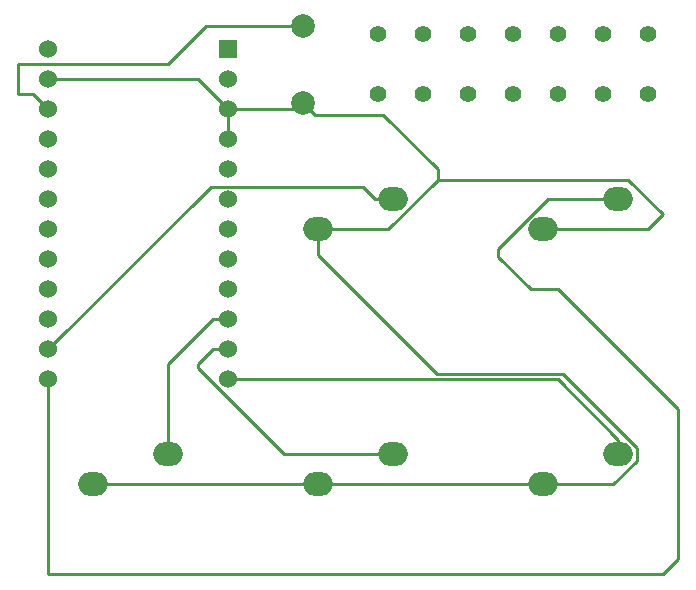
<source format=gbr>
G04 #@! TF.GenerationSoftware,KiCad,Pcbnew,(5.1.2)-1*
G04 #@! TF.CreationDate,2022-03-23T05:24:54+09:00*
G04 #@! TF.ProjectId,pcb,7063622e-6b69-4636-9164-5f7063625858,rev?*
G04 #@! TF.SameCoordinates,Original*
G04 #@! TF.FileFunction,Copper,L2,Bot*
G04 #@! TF.FilePolarity,Positive*
%FSLAX46Y46*%
G04 Gerber Fmt 4.6, Leading zero omitted, Abs format (unit mm)*
G04 Created by KiCad (PCBNEW (5.1.2)-1) date 2022-03-23 05:24:54*
%MOMM*%
%LPD*%
G04 APERTURE LIST*
%ADD10O,2.500000X2.000000*%
%ADD11C,1.397000*%
%ADD12R,1.524000X1.524000*%
%ADD13C,1.524000*%
%ADD14C,2.000000*%
%ADD15C,0.250000*%
G04 APERTURE END LIST*
D10*
X62230000Y-173990000D03*
X55880000Y-176530000D03*
X74930000Y-154940000D03*
X81280000Y-152400000D03*
D11*
X60960000Y-138430000D03*
X60960000Y-143510000D03*
X64770000Y-138430000D03*
X64770000Y-143510000D03*
X68580000Y-138430000D03*
X68580000Y-143510000D03*
X72390000Y-138430000D03*
X72390000Y-143510000D03*
X76200000Y-138430000D03*
X76200000Y-143510000D03*
X80010000Y-138430000D03*
X80010000Y-143510000D03*
X83820000Y-138430000D03*
X83820000Y-143510000D03*
D10*
X55880000Y-154940000D03*
X62230000Y-152400000D03*
D12*
X48260000Y-139700000D03*
D13*
X48260000Y-142240000D03*
X48260000Y-144780000D03*
X48260000Y-147320000D03*
X48260000Y-149860000D03*
X48260000Y-152400000D03*
X48260000Y-154940000D03*
X48260000Y-157480000D03*
X48260000Y-160020000D03*
X48260000Y-162560000D03*
X48260000Y-165100000D03*
X48260000Y-167640000D03*
X33020000Y-139700000D03*
X33020000Y-142240000D03*
X33020000Y-144780000D03*
X33020000Y-147320000D03*
X33020000Y-149860000D03*
X33020000Y-152400000D03*
X33020000Y-154940000D03*
X33020000Y-157480000D03*
X33020000Y-160020000D03*
X33020000Y-162560000D03*
X33020000Y-165100000D03*
X33020000Y-167640000D03*
D10*
X43180000Y-173990000D03*
X36830000Y-176530000D03*
X81280000Y-173990000D03*
X74930000Y-176530000D03*
D14*
X54610000Y-137720000D03*
X54610000Y-144220000D03*
D15*
X45720000Y-142240000D02*
X48260000Y-144780000D01*
X33020000Y-142240000D02*
X45720000Y-142240000D01*
X54050000Y-144780000D02*
X54610000Y-144220000D01*
X48260000Y-144780000D02*
X54050000Y-144780000D01*
X55609999Y-145219999D02*
X61399999Y-145219999D01*
X54610000Y-144220000D02*
X55609999Y-145219999D01*
X61399999Y-145219999D02*
X66040000Y-149860000D01*
X57380000Y-154940000D02*
X55880000Y-154940000D01*
X61813847Y-154940000D02*
X57380000Y-154940000D01*
X66040000Y-150713847D02*
X61813847Y-154940000D01*
X66040000Y-149860000D02*
X66040000Y-150713847D01*
X48260000Y-144780000D02*
X48260000Y-147320000D01*
X66040000Y-150713847D02*
X82133847Y-150713847D01*
X82133847Y-150713847D02*
X85090000Y-153670000D01*
X83820000Y-154940000D02*
X74930000Y-154940000D01*
X85090000Y-153670000D02*
X83820000Y-154940000D01*
X36830000Y-176530000D02*
X55880000Y-176530000D01*
X55880000Y-176530000D02*
X74930000Y-176530000D01*
X76430000Y-176530000D02*
X74930000Y-176530000D01*
X80863847Y-176530000D02*
X76430000Y-176530000D01*
X82855010Y-174538837D02*
X80863847Y-176530000D01*
X82855010Y-173441163D02*
X82855010Y-174538837D01*
X76603837Y-167189990D02*
X82855010Y-173441163D01*
X65958988Y-167189990D02*
X76603837Y-167189990D01*
X55880000Y-157111002D02*
X65958988Y-167189990D01*
X55880000Y-154940000D02*
X55880000Y-157111002D01*
X54610000Y-137720000D02*
X46430000Y-137720000D01*
X46430000Y-137720000D02*
X43180000Y-140970000D01*
X43180000Y-140970000D02*
X30480000Y-140970000D01*
X30480000Y-140970000D02*
X30480000Y-143510000D01*
X31750000Y-143510000D02*
X33020000Y-144780000D01*
X30480000Y-143510000D02*
X31750000Y-143510000D01*
X81280000Y-172740000D02*
X81280000Y-173990000D01*
X76180000Y-167640000D02*
X81280000Y-172740000D01*
X48260000Y-167640000D02*
X76180000Y-167640000D01*
X48260000Y-165100000D02*
X46990000Y-165100000D01*
X46990000Y-165100000D02*
X45720000Y-166370000D01*
X60730000Y-173990000D02*
X62230000Y-173990000D01*
X53001238Y-173990000D02*
X60730000Y-173990000D01*
X45720000Y-166708762D02*
X53001238Y-173990000D01*
X45720000Y-166370000D02*
X45720000Y-166708762D01*
X48260000Y-162560000D02*
X46990000Y-162560000D01*
X43180000Y-166370000D02*
X43180000Y-173990000D01*
X46990000Y-162560000D02*
X43180000Y-166370000D01*
X60730000Y-152400000D02*
X62230000Y-152400000D01*
X59642999Y-151312999D02*
X60730000Y-152400000D01*
X46807001Y-151312999D02*
X59642999Y-151312999D01*
X33020000Y-165100000D02*
X46807001Y-151312999D01*
X33020000Y-167640000D02*
X33020000Y-184150000D01*
X33020000Y-184150000D02*
X85090000Y-184150000D01*
X85090000Y-184150000D02*
X86360000Y-182880000D01*
X86360000Y-182880000D02*
X86360000Y-170180000D01*
X86360000Y-170180000D02*
X76200000Y-160020000D01*
X73892998Y-160020000D02*
X71120000Y-157247002D01*
X76200000Y-160020000D02*
X73892998Y-160020000D01*
X75346153Y-152400000D02*
X76200000Y-152400000D01*
X71120000Y-156626153D02*
X75346153Y-152400000D01*
X71120000Y-157247002D02*
X71120000Y-156626153D01*
X81280000Y-152400000D02*
X76200000Y-152400000D01*
M02*

</source>
